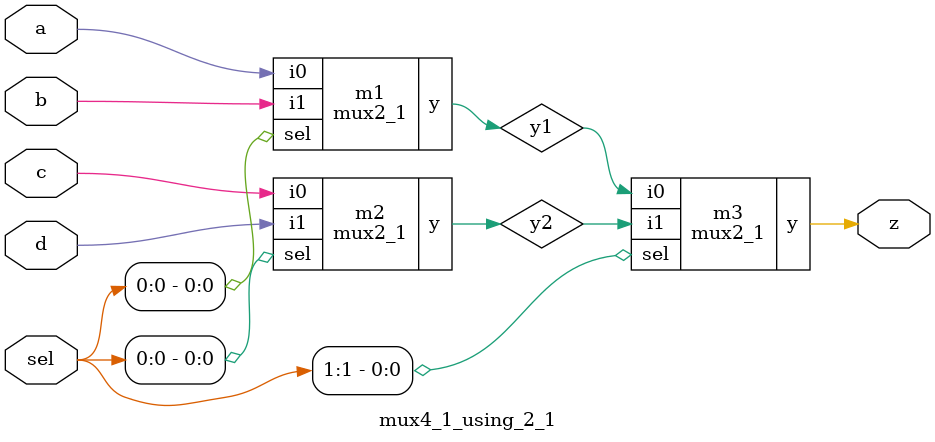
<source format=v>
 module mux2_1 (
    input  i0,
    input  i1,
    input  sel,
    output y
);
    assign y = (~sel & i0) | (sel & i1);
endmodule


 
module mux4_1_using_2_1 (
    input        a,
    input        b,
    input        c,
    input        d,
    input  [1:0] sel,
    output       z
);

    wire y1, y2;

    mux2_1 m1 (.i0(a),  .i1(b),  .sel(sel[0]), .y(y1));
    mux2_1 m2 (.i0(c),  .i1(d),  .sel(sel[0]), .y(y2));
    mux2_1 m3 (.i0(y1), .i1(y2), .sel(sel[1]), .y(z));

endmodule


 
</source>
